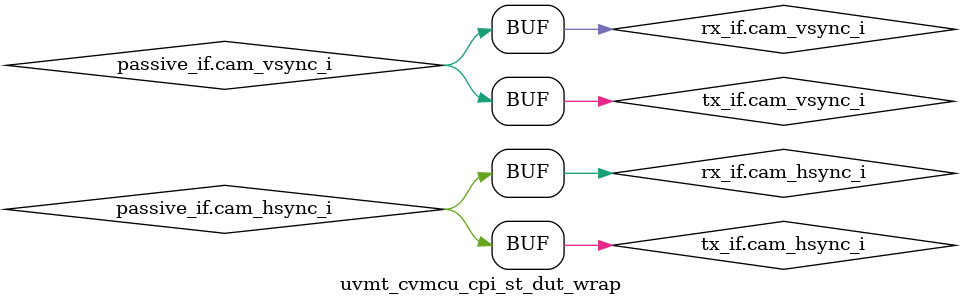
<source format=sv>


`ifndef __UVMT_CVMCU_CPI_ST_DUT_WRAP_SV__
`define __UVMT_CVMCU_CPI_ST_DUT_WRAP_SV__


/**
 * Module wrapper connecting CORE-V-MCU Camera Parallel Interface UVM Agent Self-Test Bench interfaces.  All ports are SV interfaces.
 * @ingroup uvmt_cvmcu_cpi_st_tb
 */
module uvmt_cvmcu_cpi_st_dut_wrap(
   uvma_cvmcu_cpi_if  tx_if, ///< TX Agent interface
   uvma_cvmcu_cpi_if  rx_if, ///< RX Agent interface
   uvma_cvmcu_cpi_if  passive_if, ///< Passive Agent interface
   uvma_clk_if    clk_i_if  , ///< Clock interface
   uvma_reset_if  reset_if  ///< Reset interface
);

   assign rx_if.cam_data_i = tx_if.cam_data_i;
   assign passive_if.cam_data_i = tx_if.cam_data_i;
   assign rx_if.cam_hsync_i = tx_if.cam_hsync_i;
   assign passive_if.cam_hsync_i = tx_if.cam_hsync_i;
   assign rx_if.cam_vsync_i = tx_if.cam_vsync_i;
   assign passive_if.cam_vsync_i = tx_if.cam_vsync_i;

endmodule


`endif // __UVMT_CVMCU_CPI_ST_DUT_WRAP_SV__
</source>
